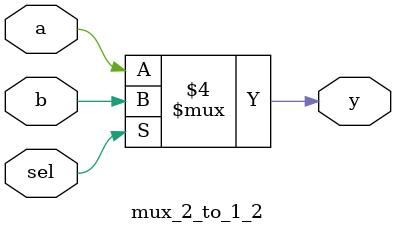
<source format=v>
module mux_2_to_1_1 #(parameter width = 8) (input [width-1:0] a, input [width-1:0] b, input sel, output [width-1:0] y); // dataflow modelling
    assign y = (sel) ? b : a;
endmodule

module mux_2_to_1_2(input a, input b, input sel, output reg y); //behavioural modelling
    always @(*) begin
        if(sel == 0) y = a;
        else y = b;
    end
endmodule
</source>
